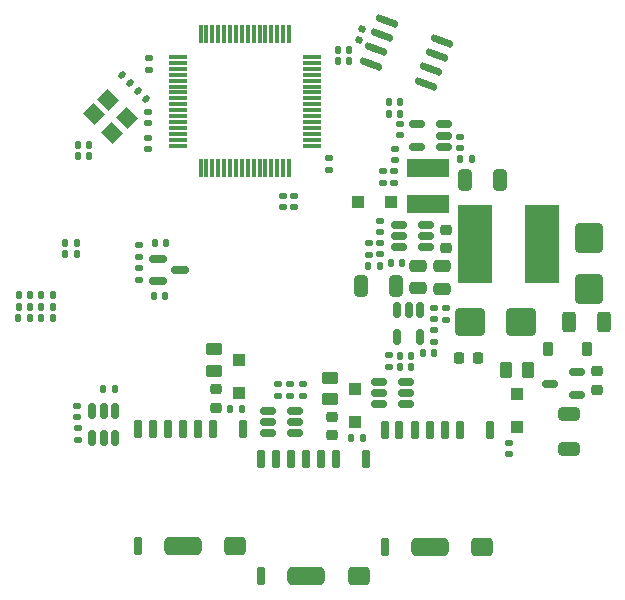
<source format=gbr>
%TF.GenerationSoftware,KiCad,Pcbnew,9.0.0*%
%TF.CreationDate,2025-06-25T03:54:54+08:00*%
%TF.ProjectId,CAPSTONE_MC,43415053-544f-44e4-955f-4d432e6b6963,Ver. 1.0.0*%
%TF.SameCoordinates,Original*%
%TF.FileFunction,Paste,Top*%
%TF.FilePolarity,Positive*%
%FSLAX46Y46*%
G04 Gerber Fmt 4.6, Leading zero omitted, Abs format (unit mm)*
G04 Created by KiCad (PCBNEW 9.0.0) date 2025-06-25 03:54:54*
%MOMM*%
%LPD*%
G01*
G04 APERTURE LIST*
G04 Aperture macros list*
%AMRoundRect*
0 Rectangle with rounded corners*
0 $1 Rounding radius*
0 $2 $3 $4 $5 $6 $7 $8 $9 X,Y pos of 4 corners*
0 Add a 4 corners polygon primitive as box body*
4,1,4,$2,$3,$4,$5,$6,$7,$8,$9,$2,$3,0*
0 Add four circle primitives for the rounded corners*
1,1,$1+$1,$2,$3*
1,1,$1+$1,$4,$5*
1,1,$1+$1,$6,$7*
1,1,$1+$1,$8,$9*
0 Add four rect primitives between the rounded corners*
20,1,$1+$1,$2,$3,$4,$5,0*
20,1,$1+$1,$4,$5,$6,$7,0*
20,1,$1+$1,$6,$7,$8,$9,0*
20,1,$1+$1,$8,$9,$2,$3,0*%
%AMRotRect*
0 Rectangle, with rotation*
0 The origin of the aperture is its center*
0 $1 length*
0 $2 width*
0 $3 Rotation angle, in degrees counterclockwise*
0 Add horizontal line*
21,1,$1,$2,0,0,$3*%
G04 Aperture macros list end*
%ADD10RoundRect,0.147500X-0.147500X-0.172500X0.147500X-0.172500X0.147500X0.172500X-0.147500X0.172500X0*%
%ADD11RoundRect,0.140000X-0.170000X0.140000X-0.170000X-0.140000X0.170000X-0.140000X0.170000X0.140000X0*%
%ADD12RoundRect,0.225000X-0.250000X0.225000X-0.250000X-0.225000X0.250000X-0.225000X0.250000X0.225000X0*%
%ADD13R,3.600000X1.500000*%
%ADD14RoundRect,0.140000X-0.219203X-0.021213X-0.021213X-0.219203X0.219203X0.021213X0.021213X0.219203X0*%
%ADD15RoundRect,0.150000X-0.150000X0.512500X-0.150000X-0.512500X0.150000X-0.512500X0.150000X0.512500X0*%
%ADD16RoundRect,0.150000X0.150000X-0.650000X0.150000X0.650000X-0.150000X0.650000X-0.150000X-0.650000X0*%
%ADD17RoundRect,0.400000X1.170000X-0.400000X1.170000X0.400000X-1.170000X0.400000X-1.170000X-0.400000X0*%
%ADD18RoundRect,0.400000X0.535000X-0.400000X0.535000X0.400000X-0.535000X0.400000X-0.535000X-0.400000X0*%
%ADD19RoundRect,0.140000X0.170000X-0.140000X0.170000X0.140000X-0.170000X0.140000X-0.170000X-0.140000X0*%
%ADD20RoundRect,0.135000X-0.185000X0.135000X-0.185000X-0.135000X0.185000X-0.135000X0.185000X0.135000X0*%
%ADD21RoundRect,0.225000X0.250000X-0.225000X0.250000X0.225000X-0.250000X0.225000X-0.250000X-0.225000X0*%
%ADD22R,2.850000X6.600000*%
%ADD23RoundRect,0.140000X-0.140000X-0.170000X0.140000X-0.170000X0.140000X0.170000X-0.140000X0.170000X0*%
%ADD24RoundRect,0.150000X-0.587500X-0.150000X0.587500X-0.150000X0.587500X0.150000X-0.587500X0.150000X0*%
%ADD25RoundRect,0.140000X0.219203X0.021213X0.021213X0.219203X-0.219203X-0.021213X-0.021213X-0.219203X0*%
%ADD26RoundRect,0.250000X0.262500X0.450000X-0.262500X0.450000X-0.262500X-0.450000X0.262500X-0.450000X0*%
%ADD27RoundRect,0.250000X0.450000X-0.262500X0.450000X0.262500X-0.450000X0.262500X-0.450000X-0.262500X0*%
%ADD28RoundRect,0.250000X-0.650000X0.325000X-0.650000X-0.325000X0.650000X-0.325000X0.650000X0.325000X0*%
%ADD29RoundRect,0.140000X0.140000X0.170000X-0.140000X0.170000X-0.140000X-0.170000X0.140000X-0.170000X0*%
%ADD30RoundRect,0.135000X0.185000X-0.135000X0.185000X0.135000X-0.185000X0.135000X-0.185000X-0.135000X0*%
%ADD31RoundRect,0.250000X0.300000X0.300000X-0.300000X0.300000X-0.300000X-0.300000X0.300000X-0.300000X0*%
%ADD32RoundRect,0.250000X-0.312500X-0.625000X0.312500X-0.625000X0.312500X0.625000X-0.312500X0.625000X0*%
%ADD33RoundRect,0.250000X-0.325000X-0.650000X0.325000X-0.650000X0.325000X0.650000X-0.325000X0.650000X0*%
%ADD34RoundRect,0.135000X0.135000X0.185000X-0.135000X0.185000X-0.135000X-0.185000X0.135000X-0.185000X0*%
%ADD35RoundRect,0.250000X-0.475000X0.250000X-0.475000X-0.250000X0.475000X-0.250000X0.475000X0.250000X0*%
%ADD36RoundRect,0.150000X-0.512500X-0.150000X0.512500X-0.150000X0.512500X0.150000X-0.512500X0.150000X0*%
%ADD37RoundRect,0.250000X0.300000X-0.300000X0.300000X0.300000X-0.300000X0.300000X-0.300000X-0.300000X0*%
%ADD38RoundRect,0.250000X0.900000X-1.000000X0.900000X1.000000X-0.900000X1.000000X-0.900000X-1.000000X0*%
%ADD39RoundRect,0.150000X-0.826549X0.141213X0.723943X-0.423121X0.826549X-0.141213X-0.723943X0.423121X0*%
%ADD40RoundRect,0.250000X0.325000X0.650000X-0.325000X0.650000X-0.325000X-0.650000X0.325000X-0.650000X0*%
%ADD41RoundRect,0.075000X-0.700000X-0.075000X0.700000X-0.075000X0.700000X0.075000X-0.700000X0.075000X0*%
%ADD42RoundRect,0.075000X-0.075000X-0.700000X0.075000X-0.700000X0.075000X0.700000X-0.075000X0.700000X0*%
%ADD43RoundRect,0.135000X-0.135000X-0.185000X0.135000X-0.185000X0.135000X0.185000X-0.135000X0.185000X0*%
%ADD44RoundRect,0.150000X0.512500X0.150000X-0.512500X0.150000X-0.512500X-0.150000X0.512500X-0.150000X0*%
%ADD45RoundRect,0.225000X0.225000X0.250000X-0.225000X0.250000X-0.225000X-0.250000X0.225000X-0.250000X0*%
%ADD46RoundRect,0.225000X-0.225000X-0.375000X0.225000X-0.375000X0.225000X0.375000X-0.225000X0.375000X0*%
%ADD47RoundRect,0.250000X1.000000X0.900000X-1.000000X0.900000X-1.000000X-0.900000X1.000000X-0.900000X0*%
%ADD48RoundRect,0.147500X0.172500X-0.147500X0.172500X0.147500X-0.172500X0.147500X-0.172500X-0.147500X0*%
%ADD49RotRect,1.400000X1.200000X315.000000*%
%ADD50RoundRect,0.150000X0.150000X-0.512500X0.150000X0.512500X-0.150000X0.512500X-0.150000X-0.512500X0*%
%ADD51RoundRect,0.140000X0.111865X-0.189700X0.207631X0.073414X-0.111865X0.189700X-0.207631X-0.073414X0*%
G04 APERTURE END LIST*
D10*
%TO.C,D6*%
X75995000Y-59985000D03*
X76965000Y-59985000D03*
%TD*%
D11*
%TO.C,C24*%
X117505000Y-70505000D03*
X117505000Y-71465000D03*
%TD*%
D12*
%TO.C,C14*%
X124945000Y-64480000D03*
X124945000Y-66030000D03*
%TD*%
D13*
%TO.C,L3*%
X110640000Y-50300000D03*
X110640000Y-47250000D03*
%TD*%
D10*
%TO.C,D7*%
X76005000Y-58995000D03*
X76975000Y-58995000D03*
%TD*%
D14*
%TO.C,C11*%
X86105589Y-40735589D03*
X86784411Y-41414411D03*
%TD*%
D15*
%TO.C,U13*%
X109985000Y-59302500D03*
X109035000Y-59302500D03*
X108085000Y-59302500D03*
X108085000Y-61577500D03*
X109985000Y-61577500D03*
%TD*%
D16*
%TO.C,U4*%
X107005000Y-79315000D03*
D17*
X110815000Y-79315000D03*
D18*
X115250000Y-79315000D03*
D16*
X115895000Y-69415000D03*
X113350000Y-69415000D03*
X112085000Y-69415000D03*
X110815000Y-69415000D03*
X109545000Y-69415000D03*
X108250000Y-69415000D03*
X107005000Y-69415000D03*
%TD*%
D19*
%TO.C,C46*%
X111215000Y-60085000D03*
X111215000Y-59125000D03*
%TD*%
D11*
%TO.C,C22*%
X106615000Y-53615000D03*
X106615000Y-54575000D03*
%TD*%
D20*
%TO.C,R13*%
X107350000Y-63115000D03*
X107350000Y-64135000D03*
%TD*%
D21*
%TO.C,C27*%
X102545000Y-69875000D03*
X102545000Y-68325000D03*
%TD*%
D11*
%TO.C,C2*%
X99345000Y-49645000D03*
X99345000Y-50605000D03*
%TD*%
%TO.C,C9*%
X98395000Y-49645000D03*
X98395000Y-50605000D03*
%TD*%
D22*
%TO.C,L2*%
X120290000Y-53735000D03*
X114640000Y-53735000D03*
%TD*%
D23*
%TO.C,C43*%
X87525000Y-53635000D03*
X88485000Y-53635000D03*
%TD*%
D24*
%TO.C,D11*%
X87777500Y-54940000D03*
X87777500Y-56840000D03*
X89652500Y-55890000D03*
%TD*%
D25*
%TO.C,C10*%
X85469411Y-40099411D03*
X84790589Y-39420589D03*
%TD*%
D23*
%TO.C,C1*%
X103025000Y-37235000D03*
X103985000Y-37235000D03*
%TD*%
D26*
%TO.C,R8*%
X119117500Y-64335000D03*
X117292500Y-64335000D03*
%TD*%
D11*
%TO.C,C36*%
X99010000Y-65568250D03*
X99010000Y-66528250D03*
%TD*%
%TO.C,C3*%
X102265000Y-46445000D03*
X102265000Y-47405000D03*
%TD*%
D23*
%TO.C,C29*%
X113415000Y-46525000D03*
X114375000Y-46525000D03*
%TD*%
D27*
%TO.C,R9*%
X92535000Y-64452500D03*
X92535000Y-62627500D03*
%TD*%
D23*
%TO.C,C55*%
X81005000Y-46255000D03*
X81965000Y-46255000D03*
%TD*%
D28*
%TO.C,C17*%
X122575000Y-68100000D03*
X122575000Y-71050000D03*
%TD*%
D20*
%TO.C,R21*%
X86195000Y-55755000D03*
X86195000Y-56775000D03*
%TD*%
D29*
%TO.C,C15*%
X108465000Y-55280000D03*
X107505000Y-55280000D03*
%TD*%
D30*
%TO.C,R31*%
X112195000Y-60125000D03*
X112195000Y-59105000D03*
%TD*%
D31*
%TO.C,D4*%
X107510000Y-50155000D03*
X104710000Y-50155000D03*
%TD*%
D32*
%TO.C,R1*%
X122642500Y-60285000D03*
X125567500Y-60285000D03*
%TD*%
D33*
%TO.C,C59*%
X113780000Y-48305000D03*
X116730000Y-48305000D03*
%TD*%
D34*
%TO.C,R4*%
X78895000Y-58025000D03*
X77875000Y-58025000D03*
%TD*%
D35*
%TO.C,C16*%
X111875000Y-55570000D03*
X111875000Y-57470000D03*
%TD*%
D19*
%TO.C,C37*%
X80990000Y-68380000D03*
X80990000Y-67420000D03*
%TD*%
D16*
%TO.C,U2*%
X86130000Y-79240000D03*
D17*
X89940000Y-79240000D03*
D18*
X94375000Y-79240000D03*
D16*
X95020000Y-69340000D03*
X92475000Y-69340000D03*
X91210000Y-69340000D03*
X89940000Y-69340000D03*
X88670000Y-69340000D03*
X87375000Y-69340000D03*
X86130000Y-69340000D03*
%TD*%
D36*
%TO.C,U11*%
X108217500Y-52090000D03*
X108217500Y-53040000D03*
X108217500Y-53990000D03*
X110492500Y-53990000D03*
X110492500Y-53040000D03*
X110492500Y-52090000D03*
%TD*%
D29*
%TO.C,C44*%
X88445000Y-58065000D03*
X87485000Y-58065000D03*
%TD*%
D19*
%TO.C,C19*%
X113425000Y-45585000D03*
X113425000Y-44625000D03*
%TD*%
D36*
%TO.C,U5*%
X106542500Y-65365000D03*
X106542500Y-66315000D03*
X106542500Y-67265000D03*
X108817500Y-67265000D03*
X108817500Y-66315000D03*
X108817500Y-65365000D03*
%TD*%
D34*
%TO.C,R5*%
X78905000Y-59975000D03*
X77885000Y-59975000D03*
%TD*%
D37*
%TO.C,D10*%
X94640000Y-66355000D03*
X94640000Y-63555000D03*
%TD*%
D21*
%TO.C,C18*%
X112205000Y-54040000D03*
X112205000Y-52490000D03*
%TD*%
D38*
%TO.C,D1*%
X124265000Y-57515000D03*
X124265000Y-53215000D03*
%TD*%
D39*
%TO.C,U9*%
X107180809Y-34838386D03*
X106746443Y-36031794D03*
X106312079Y-37225204D03*
X105877712Y-38418616D03*
X110529191Y-40111614D03*
X110963557Y-38918206D03*
X111397921Y-37724796D03*
X111832288Y-36531384D03*
%TD*%
D40*
%TO.C,C60*%
X107970000Y-57245000D03*
X105020000Y-57245000D03*
%TD*%
D19*
%TO.C,C6*%
X107775000Y-48495000D03*
X107775000Y-47535000D03*
%TD*%
D30*
%TO.C,R30*%
X111225000Y-61995000D03*
X111225000Y-60975000D03*
%TD*%
D20*
%TO.C,R2*%
X105655000Y-53590000D03*
X105655000Y-54610000D03*
%TD*%
D11*
%TO.C,C7*%
X106825000Y-47545000D03*
X106825000Y-48505000D03*
%TD*%
%TO.C,C5*%
X86965000Y-44715000D03*
X86965000Y-45675000D03*
%TD*%
D41*
%TO.C,U1*%
X89490000Y-37865000D03*
X89490000Y-38365000D03*
X89490000Y-38865000D03*
X89490000Y-39365000D03*
X89490000Y-39865000D03*
X89490000Y-40365000D03*
X89490000Y-40865000D03*
X89490000Y-41365000D03*
X89490000Y-41865000D03*
X89490000Y-42365000D03*
X89490000Y-42865000D03*
X89490000Y-43365000D03*
X89490000Y-43865000D03*
X89490000Y-44365000D03*
X89490000Y-44865000D03*
X89490000Y-45365000D03*
D42*
X91415000Y-47290000D03*
X91915000Y-47290000D03*
X92415000Y-47290000D03*
X92915000Y-47290000D03*
X93415000Y-47290000D03*
X93915000Y-47290000D03*
X94415000Y-47290000D03*
X94915000Y-47290000D03*
X95415000Y-47290000D03*
X95915000Y-47290000D03*
X96415000Y-47290000D03*
X96915000Y-47290000D03*
X97415000Y-47290000D03*
X97915000Y-47290000D03*
X98415000Y-47290000D03*
X98915000Y-47290000D03*
D41*
X100840000Y-45365000D03*
X100840000Y-44865000D03*
X100840000Y-44365000D03*
X100840000Y-43865000D03*
X100840000Y-43365000D03*
X100840000Y-42865000D03*
X100840000Y-42365000D03*
X100840000Y-41865000D03*
X100840000Y-41365000D03*
X100840000Y-40865000D03*
X100840000Y-40365000D03*
X100840000Y-39865000D03*
X100840000Y-39365000D03*
X100840000Y-38865000D03*
X100840000Y-38365000D03*
X100840000Y-37865000D03*
D42*
X98915000Y-35940000D03*
X98415000Y-35940000D03*
X97915000Y-35940000D03*
X97415000Y-35940000D03*
X96915000Y-35940000D03*
X96415000Y-35940000D03*
X95915000Y-35940000D03*
X95415000Y-35940000D03*
X94915000Y-35940000D03*
X94415000Y-35940000D03*
X93915000Y-35940000D03*
X93415000Y-35940000D03*
X92915000Y-35940000D03*
X92415000Y-35940000D03*
X91915000Y-35940000D03*
X91415000Y-35940000D03*
%TD*%
D29*
%TO.C,C25*%
X94905000Y-67710000D03*
X93945000Y-67710000D03*
%TD*%
D16*
%TO.C,U3*%
X96560000Y-81830000D03*
D17*
X100370000Y-81830000D03*
D18*
X104805000Y-81830000D03*
D16*
X105450000Y-71930000D03*
X102905000Y-71930000D03*
X101640000Y-71930000D03*
X100370000Y-71930000D03*
X99100000Y-71930000D03*
X97805000Y-71930000D03*
X96560000Y-71930000D03*
%TD*%
D23*
%TO.C,C13*%
X107355000Y-41685000D03*
X108315000Y-41685000D03*
%TD*%
D36*
%TO.C,U6*%
X97107500Y-67798250D03*
X97107500Y-68748250D03*
X97107500Y-69698250D03*
X99382500Y-69698250D03*
X99382500Y-68748250D03*
X99382500Y-67798250D03*
%TD*%
D34*
%TO.C,R6*%
X78905000Y-59005000D03*
X77885000Y-59005000D03*
%TD*%
D43*
%TO.C,R32*%
X79910000Y-54585000D03*
X80930000Y-54585000D03*
%TD*%
D44*
%TO.C,U12*%
X112022500Y-45475000D03*
X112022500Y-44525000D03*
X112022500Y-43575000D03*
X109747500Y-43575000D03*
X109747500Y-45475000D03*
%TD*%
D29*
%TO.C,C47*%
X111195000Y-62965000D03*
X110235000Y-62965000D03*
%TD*%
D21*
%TO.C,C26*%
X92705000Y-67560000D03*
X92705000Y-66010000D03*
%TD*%
D20*
%TO.C,R20*%
X86185000Y-53765000D03*
X86185000Y-54785000D03*
%TD*%
D37*
%TO.C,D8*%
X104478250Y-68795000D03*
X104478250Y-65995000D03*
%TD*%
D43*
%TO.C,R3*%
X105585000Y-55575000D03*
X106605000Y-55575000D03*
%TD*%
D11*
%TO.C,C12*%
X86965001Y-42525001D03*
X86964999Y-43484999D03*
%TD*%
D37*
%TO.C,D9*%
X118245000Y-69180000D03*
X118245000Y-66380000D03*
%TD*%
D43*
%TO.C,R33*%
X79915000Y-53595000D03*
X80935000Y-53595000D03*
%TD*%
D45*
%TO.C,C28*%
X114880000Y-63355000D03*
X113330000Y-63355000D03*
%TD*%
D44*
%TO.C,U10*%
X123282500Y-66475000D03*
X123282500Y-64575000D03*
X121007500Y-65525000D03*
%TD*%
D10*
%TO.C,D5*%
X76015000Y-58025000D03*
X76985000Y-58025000D03*
%TD*%
D20*
%TO.C,R15*%
X81030000Y-69300000D03*
X81030000Y-70320000D03*
%TD*%
D23*
%TO.C,C35*%
X108300000Y-63175000D03*
X109260000Y-63175000D03*
%TD*%
D27*
%TO.C,R7*%
X102361750Y-66842500D03*
X102361750Y-65017500D03*
%TD*%
D29*
%TO.C,C23*%
X105146750Y-70085000D03*
X104186750Y-70085000D03*
%TD*%
D46*
%TO.C,D2*%
X120875000Y-62595000D03*
X124175000Y-62595000D03*
%TD*%
D47*
%TO.C,D3*%
X118535000Y-60315000D03*
X114235000Y-60315000D03*
%TD*%
D48*
%TO.C,L1*%
X107875000Y-46610000D03*
X107875000Y-45640000D03*
%TD*%
D23*
%TO.C,C8*%
X103035000Y-38215000D03*
X103995000Y-38215000D03*
%TD*%
D49*
%TO.C,Y1*%
X82406142Y-42718224D03*
X83961777Y-44273859D03*
X85163858Y-43071776D03*
X83608223Y-41516141D03*
%TD*%
D20*
%TO.C,R14*%
X97995000Y-65543250D03*
X97995000Y-66563250D03*
%TD*%
D35*
%TO.C,C34*%
X109845000Y-55565000D03*
X109845000Y-57465000D03*
%TD*%
D11*
%TO.C,C4*%
X87055000Y-37975000D03*
X87055000Y-38935000D03*
%TD*%
D23*
%TO.C,C39*%
X83195000Y-66005000D03*
X84155000Y-66005000D03*
%TD*%
%TO.C,C51*%
X107355000Y-42655000D03*
X108315000Y-42655000D03*
%TD*%
D50*
%TO.C,U7*%
X82265000Y-70142500D03*
X83215000Y-70142500D03*
X84165000Y-70142500D03*
X84165000Y-67867500D03*
X83215000Y-67867500D03*
X82265000Y-67867500D03*
%TD*%
D23*
%TO.C,C54*%
X81005000Y-45285000D03*
X81965000Y-45285000D03*
%TD*%
D29*
%TO.C,C21*%
X109255000Y-64145000D03*
X108295000Y-64145000D03*
%TD*%
D51*
%TO.C,C42*%
X104800831Y-36406052D03*
X105129169Y-35503948D03*
%TD*%
D19*
%TO.C,C33*%
X108335000Y-44505000D03*
X108335000Y-43545000D03*
%TD*%
%TO.C,C38*%
X100065000Y-66528250D03*
X100065000Y-65568250D03*
%TD*%
%TO.C,C20*%
X106645000Y-52705000D03*
X106645000Y-51745000D03*
%TD*%
M02*

</source>
